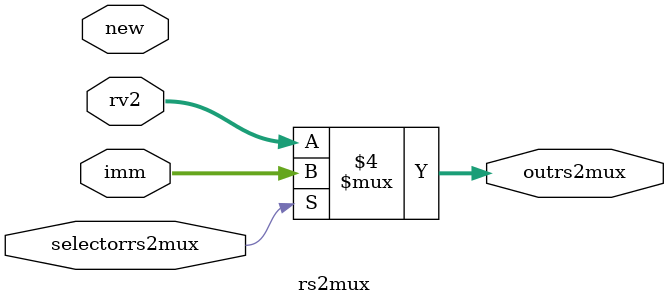
<source format=v>
`timescale 1ns / 1ps
module rs2mux(
   selectorrs2mux,rv2,imm,outrs2mux ,new);
input wire selectorrs2mux,new;
input wire [31:0] rv2;
input wire [31:0] imm;
output reg [31:0] outrs2mux;

always@(selectorrs2mux or rv2 or imm or new) begin
if (selectorrs2mux==0)
outrs2mux<=rv2;
else 
outrs2mux<=imm;
end

endmodule

</source>
